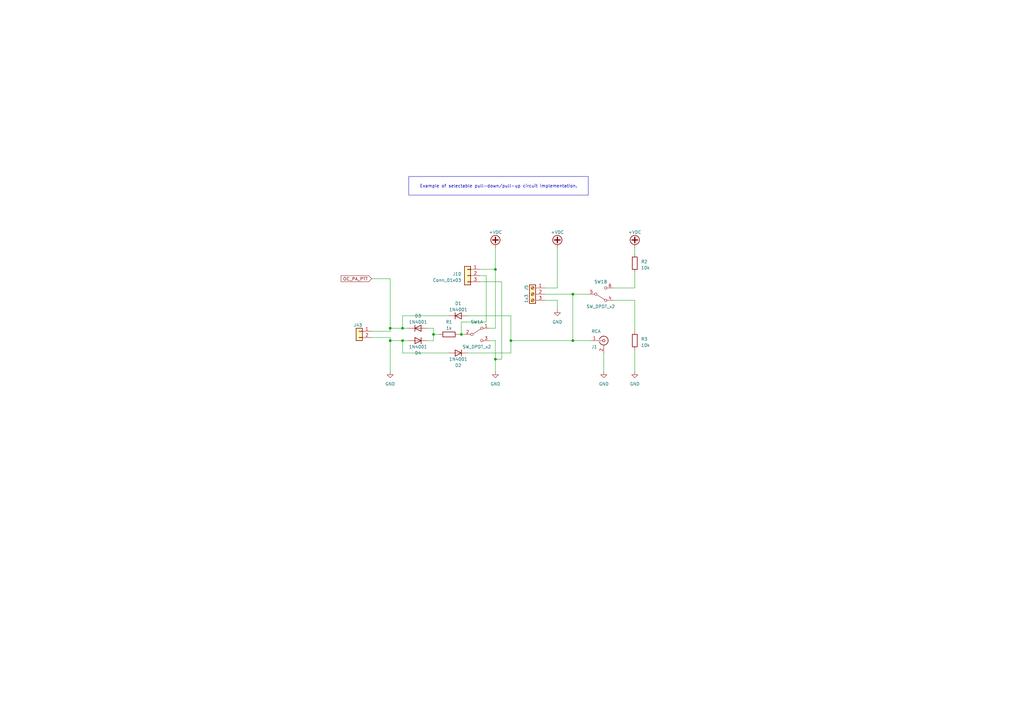
<source format=kicad_sch>
(kicad_sch (version 20230121) (generator eeschema)
  (paper "A3")
  (lib_symbols
    (symbol "Connector:Conn_Coaxial" (pin_names (offset 1.016) hide)
      (property "Reference" "J" (at 0.254 3.048 0))
      (property "Value" "Conn_Coaxial" (at 2.921 0 90))
      (symbol "Conn_Coaxial_0_1"
        (arc (start -1.778 -0.508) (mid 0.2311 -1.8066) (end 1.778 0) (stroke (width 0.254)))
        (polyline (pts (xy -2.54 0) (xy -0.508 0)))
        (polyline (pts (xy 0 -2.54) (xy 0 -1.778)))
        (circle (center 0 0) (radius 0.508) (stroke (width 0.2032)))
        (arc (start 1.778 0) (mid 0.2099 1.8101) (end -1.778 0.508) (stroke (width 0.254)))
      )
      (symbol "Conn_Coaxial_1_1"
        (pin passive line (at -5.08 0 0) (length 2.54) (name "In") (number "1"))
        (pin passive line (at 0 -5.08 90) (length 2.54) (name "Ext") (number "2"))
      )
    )
    (symbol "Connector:Screw_Terminal_01x03" (pin_names (offset 1.016) hide)
      (property "Reference" "J" (at 0 5.08 0))
      (property "Value" "Screw_Terminal_01x03" (at 0 -5.08 0))
      (symbol "Screw_Terminal_01x03_1_1"
        (rectangle (start -1.27 3.81) (end 1.27 -3.81) (stroke (width 0.254)) (fill (type background)))
        (circle (center 0 -2.54) (radius 0.635) (stroke (width 0.1524)))
        (polyline (pts (xy -0.5334 -2.2098) (xy 0.3302 -3.048)) (stroke (width 0.1524)))
        (polyline (pts (xy -0.5334 0.3302) (xy 0.3302 -0.508)) (stroke (width 0.1524)))
        (polyline (pts (xy -0.5334 2.8702) (xy 0.3302 2.032)) (stroke (width 0.1524)))
        (polyline (pts (xy -0.3556 -2.032) (xy 0.508 -2.8702)) (stroke (width 0.1524)))
        (polyline (pts (xy -0.3556 0.508) (xy 0.508 -0.3302)) (stroke (width 0.1524)))
        (polyline (pts (xy -0.3556 3.048) (xy 0.508 2.2098)) (stroke (width 0.1524)))
        (circle (center 0 0) (radius 0.635) (stroke (width 0.1524)))
        (circle (center 0 2.54) (radius 0.635) (stroke (width 0.1524)))
        (pin passive line (at -5.08 2.54 0) (length 3.81) (name "Pin_1") (number "1"))
        (pin passive line (at -5.08 0 0) (length 3.81) (name "Pin_2") (number "2"))
        (pin passive line (at -5.08 -2.54 0) (length 3.81) (name "Pin_3") (number "3"))
      )
    )
    (symbol "Connector_Generic:Conn_01x02" (pin_names (offset 1.016) hide)
      (property "Reference" "J" (at 0 2.54 0))
      (property "Value" "Conn_01x02" (at 0 -5.08 0))
      (symbol "Conn_01x02_1_1"
        (rectangle (start -1.27 -2.413) (end 0 -2.667) (stroke (width 0.1524)))
        (rectangle (start -1.27 0.127) (end 0 -0.127) (stroke (width 0.1524)))
        (rectangle (start -1.27 1.27) (end 1.27 -3.81) (stroke (width 0.254)) (fill (type background)))
        (pin passive line (at -5.08 0 0) (length 3.81) (name "Pin_1") (number "1"))
        (pin passive line (at -5.08 -2.54 0) (length 3.81) (name "Pin_2") (number "2"))
      )
    )
    (symbol "Connector_Generic:Conn_01x03" (pin_names (offset 1.016) hide)
      (property "Reference" "J" (at 0 5.08 0))
      (property "Value" "Conn_01x03" (at 0 -5.08 0))
      (symbol "Conn_01x03_1_1"
        (rectangle (start -1.27 -2.413) (end 0 -2.667) (stroke (width 0.1524)))
        (rectangle (start -1.27 0.127) (end 0 -0.127) (stroke (width 0.1524)))
        (rectangle (start -1.27 2.667) (end 0 2.413) (stroke (width 0.1524)))
        (rectangle (start -1.27 3.81) (end 1.27 -3.81) (stroke (width 0.254)) (fill (type background)))
        (pin passive line (at -5.08 2.54 0) (length 3.81) (name "Pin_1") (number "1"))
        (pin passive line (at -5.08 0 0) (length 3.81) (name "Pin_2") (number "2"))
        (pin passive line (at -5.08 -2.54 0) (length 3.81) (name "Pin_3") (number "3"))
      )
    )
    (symbol "Device:R" (pin_numbers hide) (pin_names (offset 0))
      (property "Reference" "R" (at 2.032 0 90))
      (property "Value" "R" (at 0 0 90))
      (symbol "R_0_1"
        (rectangle (start -1.016 -2.54) (end 1.016 2.54) (stroke (width 0.254)))
      )
      (symbol "R_1_1"
        (pin passive line (at 0 3.81 270) (length 1.27) (name "~") (number "1"))
        (pin passive line (at 0 -3.81 90) (length 1.27) (name "~") (number "2"))
      )
    )
    (symbol "Diode:1N4001" (pin_numbers hide) (pin_names hide)
      (property "Reference" "D" (at 0 2.54 0))
      (property "Value" "1N4001" (at 0 -2.54 0))
      (symbol "1N4001_0_1"
        (polyline (pts (xy -1.27 1.27) (xy -1.27 -1.27)) (stroke (width 0.254)))
        (polyline (pts (xy 1.27 0) (xy -1.27 0)))
        (polyline (pts (xy 1.27 1.27) (xy 1.27 -1.27) (xy -1.27 0) (xy 1.27 1.27)) (stroke (width 0.254)))
      )
      (symbol "1N4001_1_1"
        (pin passive line (at -3.81 0 0) (length 2.54) (name "K") (number "1"))
        (pin passive line (at 3.81 0 180) (length 2.54) (name "A") (number "2"))
      )
    )
    (symbol "Switch:SW_DPDT_x2" (pin_names (offset 0) hide)
      (property "Reference" "SW" (at 0 4.318 0))
      (property "Value" "SW_DPDT_x2" (at 0 -5.08 0))
      (symbol "SW_DPDT_x2_0_0"
        (circle (center -2.032 0) (radius 0.508))
        (circle (center 2.032 -2.54) (radius 0.508))
      )
      (symbol "SW_DPDT_x2_0_1"
        (polyline (pts (xy -1.524 0.254) (xy 1.651 2.286)))
        (circle (center 2.032 2.54) (radius 0.508))
      )
      (symbol "SW_DPDT_x2_1_1"
        (pin passive line (at 5.08 2.54 180) (length 2.54) (name "A") (number "1"))
        (pin passive line (at -5.08 0 0) (length 2.54) (name "B") (number "2"))
        (pin passive line (at 5.08 -2.54 180) (length 2.54) (name "C") (number "3"))
      )
      (symbol "SW_DPDT_x2_2_1"
        (pin passive line (at 5.08 2.54 180) (length 2.54) (name "A") (number "4"))
        (pin passive line (at -5.08 0 0) (length 2.54) (name "B") (number "5"))
        (pin passive line (at 5.08 -2.54 180) (length 2.54) (name "C") (number "6"))
      )
    )
    (symbol "power:+VDC" (power) (pin_names (offset 0))
      (property "Value" "+VDC" (at 0 6.35 0))
      (symbol "+VDC_0_1"
        (polyline (pts (xy -1.143 3.175) (xy 1.143 3.175)) (stroke (width 0.508)))
        (polyline (pts (xy 0 0) (xy 0 1.27)))
        (polyline (pts (xy 0 2.032) (xy 0 4.318)) (stroke (width 0.508)))
        (circle (center 0 3.175) (radius 1.905) (stroke (width 0.254)))
      )
      (symbol "+VDC_1_1"
        (pin power_in line (at 0 0 90) (length 0) hide (name "+VDC") (number "1"))
      )
    )
    (symbol "power:GND" (power) (pin_names (offset 0))
      (property "Value" "GND" (at 0 -3.81 0))
      (symbol "GND_0_1"
        (polyline (pts (xy 0 0) (xy 0 -1.27) (xy 1.27 -1.27) (xy 0 -2.54) (xy -1.27 -1.27) (xy 0 -1.27)))
      )
      (symbol "GND_1_1"
        (pin power_in line (at 0 0 270) (length 0) hide (name "GND") (number "1"))
      )
    )
  )
  (junction (at 209.55 139.7))
  (junction (at 165.1 139.7))
  (junction (at 189.23 137.16))
  (junction (at 160.02 134.62))
  (junction (at 203.2 110.49))
  (junction (at 234.95 139.7))
  (junction (at 165.1 134.62))
  (junction (at 203.2 147.32))
  (junction (at 177.8 137.16))
  (junction (at 234.95 120.65))
  (junction (at 160.02 139.7))
  (wire (pts (xy 260.35 123.19) (xy 260.35 135.89)))
  (wire (pts (xy 234.95 120.65) (xy 241.3 120.65)))
  (wire (pts (xy 205.74 115.57) (xy 205.74 147.32)))
  (wire (pts (xy 152.4 114.3) (xy 160.02 114.3)))
  (wire (pts (xy 184.15 129.54) (xy 165.1 129.54)))
  (wire (pts (xy 247.65 144.78) (xy 247.65 152.4)))
  (wire (pts (xy 196.85 113.03) (xy 199.39 113.03)))
  (wire (pts (xy 189.23 137.16) (xy 190.5 137.16)))
  (wire (pts (xy 177.8 134.62) (xy 175.26 134.62)))
  (wire (pts (xy 209.55 129.54) (xy 209.55 139.7)))
  (wire (pts (xy 160.02 134.62) (xy 160.02 135.89)))
  (wire (pts (xy 234.95 139.7) (xy 242.57 139.7)))
  (wire (pts (xy 160.02 139.7) (xy 165.1 139.7)))
  (wire (pts (xy 199.39 113.03) (xy 199.39 132.08)))
  (wire (pts (xy 160.02 139.7) (xy 160.02 138.43)))
  (wire (pts (xy 209.55 139.7) (xy 234.95 139.7)))
  (wire (pts (xy 223.52 120.65) (xy 234.95 120.65)))
  (wire (pts (xy 177.8 137.16) (xy 180.34 137.16)))
  (wire (pts (xy 203.2 110.49) (xy 203.2 134.62)))
  (wire (pts (xy 160.02 139.7) (xy 160.02 152.4)))
  (wire (pts (xy 234.95 120.65) (xy 234.95 139.7)))
  (wire (pts (xy 165.1 139.7) (xy 167.64 139.7)))
  (wire (pts (xy 223.52 123.19) (xy 228.6 123.19)))
  (wire (pts (xy 184.15 144.78) (xy 165.1 144.78)))
  (wire (pts (xy 187.96 137.16) (xy 189.23 137.16)))
  (wire (pts (xy 260.35 118.11) (xy 260.35 111.76)))
  (wire (pts (xy 209.55 139.7) (xy 209.55 144.78)))
  (wire (pts (xy 160.02 114.3) (xy 160.02 134.62)))
  (wire (pts (xy 191.77 144.78) (xy 209.55 144.78)))
  (wire (pts (xy 251.46 118.11) (xy 260.35 118.11)))
  (wire (pts (xy 199.39 132.08) (xy 189.23 132.08)))
  (wire (pts (xy 160.02 134.62) (xy 165.1 134.62)))
  (wire (pts (xy 228.6 127) (xy 228.6 123.19)))
  (wire (pts (xy 200.66 139.7) (xy 203.2 139.7)))
  (wire (pts (xy 205.74 147.32) (xy 203.2 147.32)))
  (wire (pts (xy 260.35 101.6) (xy 260.35 104.14)))
  (wire (pts (xy 251.46 123.19) (xy 260.35 123.19)))
  (wire (pts (xy 209.55 129.54) (xy 191.77 129.54)))
  (wire (pts (xy 203.2 147.32) (xy 203.2 152.4)))
  (wire (pts (xy 200.66 134.62) (xy 203.2 134.62)))
  (wire (pts (xy 260.35 143.51) (xy 260.35 152.4)))
  (wire (pts (xy 189.23 132.08) (xy 189.23 137.16)))
  (wire (pts (xy 175.26 139.7) (xy 177.8 139.7)))
  (wire (pts (xy 165.1 129.54) (xy 165.1 134.62)))
  (wire (pts (xy 177.8 134.62) (xy 177.8 137.16)))
  (wire (pts (xy 203.2 139.7) (xy 203.2 147.32)))
  (wire (pts (xy 152.4 135.89) (xy 160.02 135.89)))
  (wire (pts (xy 228.6 118.11) (xy 223.52 118.11)))
  (wire (pts (xy 203.2 101.6) (xy 203.2 110.49)))
  (wire (pts (xy 165.1 144.78) (xy 165.1 139.7)))
  (wire (pts (xy 177.8 137.16) (xy 177.8 139.7)))
  (wire (pts (xy 196.85 110.49) (xy 203.2 110.49)))
  (wire (pts (xy 196.85 115.57) (xy 205.74 115.57)))
  (wire (pts (xy 228.6 101.6) (xy 228.6 118.11)))
  (wire (pts (xy 160.02 138.43) (xy 152.4 138.43)))
  (wire (pts (xy 165.1 134.62) (xy 167.64 134.62)))
  (text_box "Example of selectable pull-down/pull-up circuit implementation." (at 167.64 72.39 0) (size 73.66 7.62) (effects (font (size 1.27 1.27))))
  (global_label "OC_PA_PTT" (shape input) (at 152.4 114.3 180) (property "Intersheetrefs" "${INTERSHEET_REFS}" (effects hide)))
  (symbol (lib_id "Connector:Screw_Terminal_01x03") (at 218.44 120.65 0) (mirror y) (unit 1)
    (property "Reference" "J5" (at 215.9 116.84 90) (effects (justify right)))
    (property "Value" "1x3" (at 215.9 120.65 90) (effects (justify right)))
    (property "Footprint" "TerminalBlock_Phoenix:TerminalBlock_Phoenix_MKDS-3-3-5.08_1x03_P5.08mm_Horizontal" (effects hide))
    (instances (project "LB6ZH Sequencer" (path "" (reference "J5") (unit 1)) (path "" (reference "J11") (unit 1))))
  )
  (symbol (lib_id "power:GND") (at 260.35 152.4 0) (unit 1)
    (property "Reference" "#PWR05" (effects hide))
    (property "Value" "GND" (at 260.35 157.48 0))
    (instances (project "LB6ZH Sequencer" (path "" (reference "#PWR05") (unit 1)) (path "" (reference "#PWR018") (unit 1))))
  )
  (symbol (lib_id "Diode:1N4001") (at 187.96 144.78 180) (unit 1)
    (property "Reference" "D2" (at 187.96 149.86 0))
    (property "Value" "1N4001" (at 187.96 147.32 0))
    (property "Footprint" "Diode_THT:D_DO-41_SOD81_P10.16mm_Horizontal" (effects hide))
    (property "Datasheet" "http://www.vishay.com/docs/88503/1n4001.pdf" (effects hide))
    (property "Sim.Device" "D" (effects hide))
    (property "Sim.Pins" "1=K 2=A" (effects hide))
    (instances (project "LB6ZH Sequencer" (path "" (reference "D2") (unit 1)) (path "" (reference "D11") (unit 1))))
  )
  (symbol (lib_id "Switch:SW_DPDT_x2") (at 246.38 120.65 0) (mirror x) (unit 2)
    (property "Reference" "SW1" (at 246.38 115.57 0))
    (property "Value" "SW_DPDT_x2" (at 246.38 125.73 0))
    (property "Footprint" "Connector_PinSocket_2.54mm:PinSocket_1x06_P2.54mm_Vertical" (effects hide))
  )
  (symbol (lib_id "Device:R") (at 260.35 107.95 180) (unit 1)
    (property "Reference" "R2" (at 262.89 107.315 0) (effects (justify right)))
    (property "Value" "10k" (at 262.89 109.855 0) (effects (justify right)))
    (property "Footprint" "Resistor_THT:R_Axial_DIN0207_L6.3mm_D2.5mm_P10.16mm_Horizontal" (effects hide))
    (instances (project "LB6ZH Sequencer" (path "" (reference "R2") (unit 1)) (path "" (reference "R11") (unit 1))))
  )
  (symbol (lib_id "Diode:1N4001") (at 187.96 129.54 0) (mirror x) (unit 1)
    (property "Reference" "D1" (at 187.96 124.46 0))
    (property "Value" "1N4001" (at 187.96 127 0))
    (property "Footprint" "Diode_THT:D_DO-41_SOD81_P10.16mm_Horizontal" (effects hide))
    (property "Datasheet" "http://www.vishay.com/docs/88503/1n4001.pdf" (effects hide))
    (property "Sim.Device" "D" (effects hide))
    (property "Sim.Pins" "1=K 2=A" (effects hide))
    (instances (project "LB6ZH Sequencer" (path "" (reference "D1") (unit 1)) (path "" (reference "D10") (unit 1))))
  )
  (symbol (lib_id "power:+VDC") (at 228.6 101.6 0) (unit 1)
    (property "Reference" "#PWR022" (effects hide))
    (property "Value" "+VDC" (at 228.6 95.25 0))
    (instances (project "LB6ZH Sequencer" (path "" (reference "#PWR022") (unit 1)) (path "" (reference "#PWR027") (unit 1)) (path "" (reference "#PWR014") (unit 1))))
  )
  (symbol (lib_id "Switch:SW_DPDT_x2") (at 195.58 137.16 0) (unit 1)
    (property "Reference" "SW1" (at 195.58 132.08 0))
    (property "Value" "SW_DPDT_x2" (at 195.58 142.24 0))
    (property "Footprint" "Connector_PinSocket_2.54mm:PinSocket_1x06_P2.54mm_Vertical" (effects hide))
  )
  (symbol (lib_id "power:+VDC") (at 203.2 101.6 0) (unit 1)
    (property "Reference" "#PWR022" (effects hide))
    (property "Value" "+VDC" (at 203.2 95.25 0))
    (instances (project "LB6ZH Sequencer" (path "" (reference "#PWR022") (unit 1)) (path "" (reference "#PWR027") (unit 1)) (path "" (reference "#PWR012") (unit 1))))
  )
  (symbol (lib_id "Connector:Conn_Coaxial") (at 247.65 139.7 0) (unit 1)
    (property "Reference" "J1" (at 242.57 142.24 0) (effects (justify left)))
    (property "Value" "RCA" (at 242.57 135.89 0) (effects (justify left)))
    (property "Footprint" "Connector_Coaxial:SMA_Amphenol_901-144_Vertical" (effects hide))
    (property "Datasheet" " ~" (effects hide))
    (instances (project "LB6ZH Sequencer" (path "" (reference "J1") (unit 1)) (path "" (reference "J12") (unit 1))))
  )
  (symbol (lib_id "power:+VDC") (at 260.35 101.6 0) (unit 1)
    (property "Reference" "#PWR022" (effects hide))
    (property "Value" "+VDC" (at 260.35 95.25 0))
    (instances (project "LB6ZH Sequencer" (path "" (reference "#PWR022") (unit 1)) (path "" (reference "#PWR027") (unit 1)) (path "" (reference "#PWR017") (unit 1))))
  )
  (symbol (lib_id "Connector_Generic:Conn_01x03") (at 191.77 113.03 0) (mirror y) (unit 1)
    (property "Reference" "J10" (at 189.23 112.395 0) (effects (justify left)))
    (property "Value" "Conn_01x03" (at 189.23 114.935 0) (effects (justify left)))
    (property "Footprint" "Connector_PinHeader_2.54mm:PinHeader_1x03_P2.54mm_Vertical" (effects hide))
  )
  (symbol (lib_id "power:GND") (at 203.2 152.4 0) (unit 1)
    (property "Reference" "#PWR02" (effects hide))
    (property "Value" "GND" (at 203.2 157.48 0))
    (instances (project "LB6ZH Sequencer" (path "" (reference "#PWR02") (unit 1)) (path "" (reference "#PWR013") (unit 1))))
  )
  (symbol (lib_id "Device:R") (at 260.35 139.7 180) (unit 1)
    (property "Reference" "R3" (at 262.89 139.065 0) (effects (justify right)))
    (property "Value" "10k" (at 262.89 141.605 0) (effects (justify right)))
    (property "Footprint" "Resistor_THT:R_Axial_DIN0207_L6.3mm_D2.5mm_P10.16mm_Horizontal" (effects hide))
    (instances (project "LB6ZH Sequencer" (path "" (reference "R3") (unit 1)) (path "" (reference "R12") (unit 1))))
  )
  (symbol (lib_id "Diode:1N4001") (at 171.45 139.7 0) (mirror y) (unit 1)
    (property "Reference" "D4" (at 171.45 144.78 0))
    (property "Value" "1N4001" (at 171.45 142.24 0))
    (property "Footprint" "Diode_THT:D_DO-41_SOD81_P10.16mm_Horizontal" (effects hide))
    (property "Datasheet" "http://www.vishay.com/docs/88503/1n4001.pdf" (effects hide))
    (property "Sim.Device" "D" (effects hide))
    (property "Sim.Pins" "1=K 2=A" (effects hide))
    (instances (project "LB6ZH Sequencer" (path "" (reference "D4") (unit 1)) (path "" (reference "D9") (unit 1))))
  )
  (symbol (lib_id "Connector_Generic:Conn_01x02") (at 147.32 135.89 0) (mirror y) (unit 1)
    (property "Reference" "J43" (at 148.59 133.35 0) (effects (justify left)))
    (property "Value" "Conn_01x02" (effects hide))
    (property "Footprint" "Connector_PinHeader_2.54mm:PinHeader_1x02_P2.54mm_Vertical" (effects hide))
    (instances (project "LB6ZH Sequencer" (path "" (reference "J43") (unit 1)) (path "" (reference "J9") (unit 1)) (path "" (reference "J14") (unit 1))))
  )
  (symbol (lib_id "Device:R") (at 184.15 137.16 90) (unit 1)
    (property "Reference" "R1" (at 184.15 132.08 90))
    (property "Value" "1k" (at 184.15 134.62 90))
    (property "Footprint" "Resistor_THT:R_Axial_DIN0207_L6.3mm_D2.5mm_P10.16mm_Horizontal" (effects hide))
    (instances (project "LB6ZH Sequencer" (path "" (reference "R1") (unit 1)) (path "" (reference "R10") (unit 1))))
  )
  (symbol (lib_id "power:GND") (at 247.65 152.4 0) (unit 1)
    (property "Reference" "#PWR03" (effects hide))
    (property "Value" "GND" (at 247.65 157.48 0))
    (instances (project "LB6ZH Sequencer" (path "" (reference "#PWR03") (unit 1)) (path "" (reference "#PWR016") (unit 1))))
  )
  (symbol (lib_id "power:GND") (at 228.6 127 0) (unit 1)
    (property "Reference" "#PWR05" (effects hide))
    (property "Value" "GND" (at 228.6 132.08 0))
    (instances (project "LB6ZH Sequencer" (path "" (reference "#PWR05") (unit 1)) (path "" (reference "#PWR015") (unit 1))))
  )
  (symbol (lib_id "Diode:1N4001") (at 171.45 134.62 0) (unit 1)
    (property "Reference" "D3" (at 171.45 129.54 0))
    (property "Value" "1N4001" (at 171.45 132.08 0))
    (property "Footprint" "Diode_THT:D_DO-41_SOD81_P10.16mm_Horizontal" (effects hide))
    (property "Datasheet" "http://www.vishay.com/docs/88503/1n4001.pdf" (effects hide))
    (property "Sim.Device" "D" (effects hide))
    (property "Sim.Pins" "1=K 2=A" (effects hide))
    (instances (project "LB6ZH Sequencer" (path "" (reference "D3") (unit 1)) (path "" (reference "D8") (unit 1))))
  )
  (symbol (lib_id "power:GND") (at 160.02 152.4 0) (unit 1)
    (property "Reference" "#PWR02" (effects hide))
    (property "Value" "GND" (at 160.02 157.48 0))
    (instances (project "LB6ZH Sequencer" (path "" (reference "#PWR02") (unit 1)) (path "" (reference "#PWR011") (unit 1))))
  )
)
</source>
